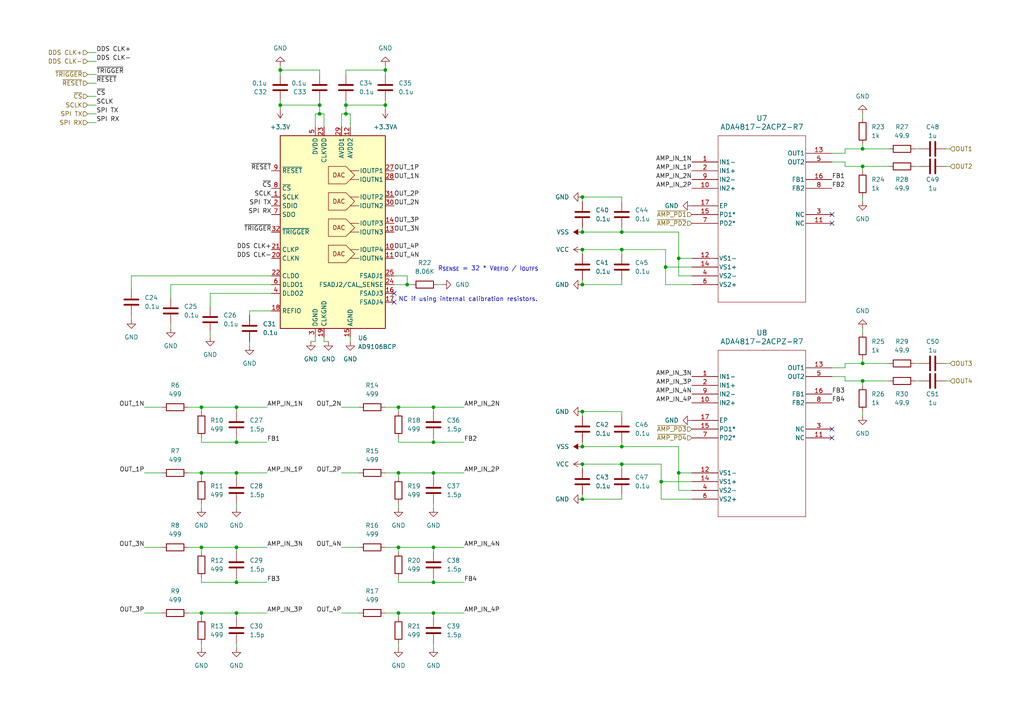
<source format=kicad_sch>
(kicad_sch (version 20230121) (generator eeschema)
  (paper "A4")
  (junction (at 191.77 139.7))
  (junction (at 68.58 168.91))
  (junction (at 115.57 118.11))
  (junction (at 58.42 137.16))
  (junction (at 68.58 128.27))
  (junction (at 125.73 128.27))
  (junction (at 58.42 118.11))
  (junction (at 125.73 118.11))
  (junction (at 180.34 134.62))
  (junction (at 180.34 72.39))
  (junction (at 100.33 33.02))
  (junction (at 81.28 30.48))
  (junction (at 168.91 67.31))
  (junction (at 125.73 177.8))
  (junction (at 111.76 20.32))
  (junction (at 196.85 137.16))
  (junction (at 58.42 158.75))
  (junction (at 196.85 74.93))
  (junction (at 115.57 137.16))
  (junction (at 68.58 158.75))
  (junction (at 250.19 110.49))
  (junction (at 68.58 118.11))
  (junction (at 115.57 158.75))
  (junction (at 68.58 177.8))
  (junction (at 168.91 57.15))
  (junction (at 180.34 129.54))
  (junction (at 92.71 33.02))
  (junction (at 250.19 48.26))
  (junction (at 68.58 137.16))
  (junction (at 118.11 82.55))
  (junction (at 92.71 30.48))
  (junction (at 168.91 144.78))
  (junction (at 193.04 77.47))
  (junction (at 111.76 30.48))
  (junction (at 168.91 119.38))
  (junction (at 180.34 67.31))
  (junction (at 100.33 30.48))
  (junction (at 250.19 43.18))
  (junction (at 125.73 137.16))
  (junction (at 168.91 72.39))
  (junction (at 115.57 177.8))
  (junction (at 168.91 134.62))
  (junction (at 168.91 82.55))
  (junction (at 58.42 177.8))
  (junction (at 168.91 129.54))
  (junction (at 81.28 20.32))
  (junction (at 125.73 158.75))
  (junction (at 125.73 168.91))
  (junction (at 250.19 105.41))
  (no_connect (at 241.3 62.23))
  (no_connect (at 241.3 127))
  (no_connect (at 241.3 124.46))
  (no_connect (at 241.3 64.77))
  (no_connect (at 114.3 85.09))
  (no_connect (at 114.3 87.63))
  (wire (pts (xy 54.61 177.8) (xy 58.42 177.8)))
  (wire (pts (xy 196.85 129.54) (xy 196.85 137.16)))
  (wire (pts (xy 68.58 167.64) (xy 68.58 168.91)))
  (wire (pts (xy 245.11 110.49) (xy 245.11 109.22)))
  (wire (pts (xy 68.58 179.07) (xy 68.58 177.8)))
  (wire (pts (xy 180.34 119.38) (xy 180.34 120.65)))
  (wire (pts (xy 38.1 91.44) (xy 38.1 92.71)))
  (wire (pts (xy 68.58 137.16) (xy 77.47 137.16)))
  (wire (pts (xy 168.91 144.78) (xy 168.91 143.51)))
  (wire (pts (xy 92.71 29.21) (xy 92.71 30.48)))
  (wire (pts (xy 250.19 110.49) (xy 257.81 110.49)))
  (wire (pts (xy 250.19 95.25) (xy 250.19 96.52)))
  (wire (pts (xy 58.42 146.05) (xy 58.42 147.32)))
  (wire (pts (xy 68.58 119.38) (xy 68.58 118.11)))
  (wire (pts (xy 168.91 128.27) (xy 168.91 129.54)))
  (wire (pts (xy 111.76 158.75) (xy 115.57 158.75)))
  (wire (pts (xy 196.85 74.93) (xy 196.85 80.01)))
  (wire (pts (xy 125.73 158.75) (xy 134.62 158.75)))
  (wire (pts (xy 25.4 15.24) (xy 27.94 15.24)))
  (wire (pts (xy 25.4 24.13) (xy 27.94 24.13)))
  (wire (pts (xy 180.34 129.54) (xy 196.85 129.54)))
  (wire (pts (xy 168.91 82.55) (xy 168.91 81.28)))
  (wire (pts (xy 168.91 134.62) (xy 180.34 134.62)))
  (wire (pts (xy 191.77 139.7) (xy 200.66 139.7)))
  (wire (pts (xy 180.34 72.39) (xy 193.04 72.39)))
  (wire (pts (xy 250.19 104.14) (xy 250.19 105.41)))
  (wire (pts (xy 111.76 29.21) (xy 111.76 30.48)))
  (wire (pts (xy 196.85 74.93) (xy 200.66 74.93)))
  (wire (pts (xy 265.43 48.26) (xy 266.7 48.26)))
  (wire (pts (xy 180.34 57.15) (xy 180.34 58.42)))
  (wire (pts (xy 196.85 80.01) (xy 200.66 80.01)))
  (wire (pts (xy 81.28 30.48) (xy 81.28 31.75)))
  (wire (pts (xy 168.91 82.55) (xy 180.34 82.55)))
  (wire (pts (xy 99.06 177.8) (xy 104.14 177.8)))
  (wire (pts (xy 95.25 99.06) (xy 93.98 99.06)))
  (wire (pts (xy 92.71 33.02) (xy 91.44 33.02)))
  (wire (pts (xy 241.3 106.68) (xy 245.11 106.68)))
  (wire (pts (xy 250.19 41.91) (xy 250.19 43.18)))
  (wire (pts (xy 54.61 118.11) (xy 58.42 118.11)))
  (wire (pts (xy 115.57 137.16) (xy 125.73 137.16)))
  (wire (pts (xy 125.73 138.43) (xy 125.73 137.16)))
  (wire (pts (xy 27.94 30.48) (xy 25.4 30.48)))
  (wire (pts (xy 180.34 72.39) (xy 180.34 73.66)))
  (wire (pts (xy 100.33 33.02) (xy 99.06 33.02)))
  (wire (pts (xy 274.32 48.26) (xy 275.59 48.26)))
  (wire (pts (xy 99.06 118.11) (xy 104.14 118.11)))
  (wire (pts (xy 115.57 168.91) (xy 125.73 168.91)))
  (wire (pts (xy 99.06 158.75) (xy 104.14 158.75)))
  (wire (pts (xy 90.17 99.06) (xy 91.44 99.06)))
  (wire (pts (xy 125.73 119.38) (xy 125.73 118.11)))
  (wire (pts (xy 68.58 160.02) (xy 68.58 158.75)))
  (wire (pts (xy 81.28 30.48) (xy 81.28 29.21)))
  (wire (pts (xy 245.11 43.18) (xy 245.11 44.45)))
  (wire (pts (xy 196.85 137.16) (xy 196.85 142.24)))
  (wire (pts (xy 168.91 119.38) (xy 168.91 120.65)))
  (wire (pts (xy 100.33 29.21) (xy 100.33 30.48)))
  (wire (pts (xy 118.11 82.55) (xy 114.3 82.55)))
  (wire (pts (xy 250.19 110.49) (xy 250.19 111.76)))
  (wire (pts (xy 115.57 146.05) (xy 115.57 147.32)))
  (wire (pts (xy 101.6 33.02) (xy 101.6 36.83)))
  (wire (pts (xy 68.58 186.69) (xy 68.58 187.96)))
  (wire (pts (xy 27.94 27.94) (xy 25.4 27.94)))
  (wire (pts (xy 58.42 160.02) (xy 58.42 158.75)))
  (wire (pts (xy 180.34 67.31) (xy 196.85 67.31)))
  (wire (pts (xy 93.98 33.02) (xy 93.98 36.83)))
  (wire (pts (xy 265.43 110.49) (xy 266.7 110.49)))
  (wire (pts (xy 250.19 48.26) (xy 250.19 49.53)))
  (wire (pts (xy 274.32 105.41) (xy 275.59 105.41)))
  (wire (pts (xy 41.91 177.8) (xy 46.99 177.8)))
  (wire (pts (xy 274.32 43.18) (xy 275.59 43.18)))
  (wire (pts (xy 81.28 30.48) (xy 92.71 30.48)))
  (wire (pts (xy 58.42 138.43) (xy 58.42 137.16)))
  (wire (pts (xy 115.57 119.38) (xy 115.57 118.11)))
  (wire (pts (xy 115.57 177.8) (xy 125.73 177.8)))
  (wire (pts (xy 168.91 134.62) (xy 168.91 135.89)))
  (wire (pts (xy 180.34 66.04) (xy 180.34 67.31)))
  (wire (pts (xy 58.42 127) (xy 58.42 128.27)))
  (wire (pts (xy 265.43 43.18) (xy 266.7 43.18)))
  (wire (pts (xy 115.57 127) (xy 115.57 128.27)))
  (wire (pts (xy 27.94 35.56) (xy 25.4 35.56)))
  (wire (pts (xy 54.61 137.16) (xy 58.42 137.16)))
  (wire (pts (xy 250.19 105.41) (xy 257.81 105.41)))
  (wire (pts (xy 68.58 158.75) (xy 77.47 158.75)))
  (wire (pts (xy 68.58 127) (xy 68.58 128.27)))
  (wire (pts (xy 193.04 77.47) (xy 193.04 82.55)))
  (wire (pts (xy 68.58 138.43) (xy 68.58 137.16)))
  (wire (pts (xy 180.34 144.78) (xy 180.34 143.51)))
  (wire (pts (xy 168.91 67.31) (xy 180.34 67.31)))
  (wire (pts (xy 191.77 139.7) (xy 191.77 144.78)))
  (wire (pts (xy 114.3 80.01) (xy 118.11 80.01)))
  (wire (pts (xy 49.53 82.55) (xy 78.74 82.55)))
  (wire (pts (xy 250.19 48.26) (xy 257.81 48.26)))
  (wire (pts (xy 27.94 21.59) (xy 25.4 21.59)))
  (wire (pts (xy 125.73 137.16) (xy 134.62 137.16)))
  (wire (pts (xy 180.34 82.55) (xy 180.34 81.28)))
  (wire (pts (xy 125.73 177.8) (xy 134.62 177.8)))
  (wire (pts (xy 100.33 30.48) (xy 111.76 30.48)))
  (wire (pts (xy 72.39 90.17) (xy 78.74 90.17)))
  (wire (pts (xy 58.42 186.69) (xy 58.42 187.96)))
  (wire (pts (xy 168.91 119.38) (xy 180.34 119.38)))
  (wire (pts (xy 100.33 33.02) (xy 101.6 33.02)))
  (wire (pts (xy 92.71 30.48) (xy 92.71 33.02)))
  (wire (pts (xy 180.34 134.62) (xy 191.77 134.62)))
  (wire (pts (xy 168.91 129.54) (xy 180.34 129.54)))
  (wire (pts (xy 245.11 48.26) (xy 245.11 46.99)))
  (wire (pts (xy 250.19 119.38) (xy 250.19 120.65)))
  (wire (pts (xy 49.53 93.98) (xy 49.53 95.25)))
  (wire (pts (xy 111.76 177.8) (xy 115.57 177.8)))
  (wire (pts (xy 27.94 33.02) (xy 25.4 33.02)))
  (wire (pts (xy 168.91 66.04) (xy 168.91 67.31)))
  (wire (pts (xy 245.11 46.99) (xy 241.3 46.99)))
  (wire (pts (xy 245.11 43.18) (xy 250.19 43.18)))
  (wire (pts (xy 58.42 167.64) (xy 58.42 168.91)))
  (wire (pts (xy 100.33 20.32) (xy 111.76 20.32)))
  (wire (pts (xy 58.42 137.16) (xy 68.58 137.16)))
  (wire (pts (xy 115.57 186.69) (xy 115.57 187.96)))
  (wire (pts (xy 60.96 85.09) (xy 78.74 85.09)))
  (wire (pts (xy 99.06 137.16) (xy 104.14 137.16)))
  (wire (pts (xy 125.73 179.07) (xy 125.73 177.8)))
  (wire (pts (xy 60.96 85.09) (xy 60.96 88.9)))
  (wire (pts (xy 111.76 118.11) (xy 115.57 118.11)))
  (wire (pts (xy 58.42 158.75) (xy 68.58 158.75)))
  (wire (pts (xy 245.11 105.41) (xy 250.19 105.41)))
  (wire (pts (xy 111.76 21.59) (xy 111.76 20.32)))
  (wire (pts (xy 125.73 186.69) (xy 125.73 187.96)))
  (wire (pts (xy 115.57 128.27) (xy 125.73 128.27)))
  (wire (pts (xy 125.73 128.27) (xy 134.62 128.27)))
  (wire (pts (xy 250.19 33.02) (xy 250.19 34.29)))
  (wire (pts (xy 115.57 167.64) (xy 115.57 168.91)))
  (wire (pts (xy 68.58 146.05) (xy 68.58 147.32)))
  (wire (pts (xy 111.76 30.48) (xy 111.76 31.75)))
  (wire (pts (xy 38.1 83.82) (xy 38.1 80.01)))
  (wire (pts (xy 100.33 21.59) (xy 100.33 20.32)))
  (wire (pts (xy 193.04 72.39) (xy 193.04 77.47)))
  (wire (pts (xy 245.11 105.41) (xy 245.11 106.68)))
  (wire (pts (xy 81.28 20.32) (xy 81.28 21.59)))
  (wire (pts (xy 118.11 80.01) (xy 118.11 82.55)))
  (wire (pts (xy 91.44 33.02) (xy 91.44 36.83)))
  (wire (pts (xy 101.6 99.06) (xy 101.6 97.79)))
  (wire (pts (xy 115.57 160.02) (xy 115.57 158.75)))
  (wire (pts (xy 58.42 179.07) (xy 58.42 177.8)))
  (wire (pts (xy 168.91 144.78) (xy 180.34 144.78)))
  (wire (pts (xy 125.73 118.11) (xy 134.62 118.11)))
  (wire (pts (xy 92.71 20.32) (xy 81.28 20.32)))
  (wire (pts (xy 196.85 137.16) (xy 200.66 137.16)))
  (wire (pts (xy 100.33 30.48) (xy 100.33 33.02)))
  (wire (pts (xy 250.19 57.15) (xy 250.19 58.42)))
  (wire (pts (xy 68.58 168.91) (xy 77.47 168.91)))
  (wire (pts (xy 180.34 128.27) (xy 180.34 129.54)))
  (wire (pts (xy 125.73 168.91) (xy 134.62 168.91)))
  (wire (pts (xy 168.91 57.15) (xy 180.34 57.15)))
  (wire (pts (xy 58.42 118.11) (xy 68.58 118.11)))
  (wire (pts (xy 196.85 67.31) (xy 196.85 74.93)))
  (wire (pts (xy 68.58 177.8) (xy 77.47 177.8)))
  (wire (pts (xy 196.85 142.24) (xy 200.66 142.24)))
  (wire (pts (xy 115.57 158.75) (xy 125.73 158.75)))
  (wire (pts (xy 115.57 118.11) (xy 125.73 118.11)))
  (wire (pts (xy 115.57 138.43) (xy 115.57 137.16)))
  (wire (pts (xy 41.91 158.75) (xy 46.99 158.75)))
  (wire (pts (xy 93.98 99.06) (xy 93.98 97.79)))
  (wire (pts (xy 127 82.55) (xy 128.27 82.55)))
  (wire (pts (xy 125.73 146.05) (xy 125.73 147.32)))
  (wire (pts (xy 168.91 57.15) (xy 168.91 58.42)))
  (wire (pts (xy 54.61 158.75) (xy 58.42 158.75)))
  (wire (pts (xy 274.32 110.49) (xy 275.59 110.49)))
  (wire (pts (xy 241.3 44.45) (xy 245.11 44.45)))
  (wire (pts (xy 250.19 43.18) (xy 257.81 43.18)))
  (wire (pts (xy 245.11 110.49) (xy 250.19 110.49)))
  (wire (pts (xy 168.91 72.39) (xy 168.91 73.66)))
  (wire (pts (xy 41.91 137.16) (xy 46.99 137.16)))
  (wire (pts (xy 115.57 179.07) (xy 115.57 177.8)))
  (wire (pts (xy 58.42 177.8) (xy 68.58 177.8)))
  (wire (pts (xy 68.58 118.11) (xy 77.47 118.11)))
  (wire (pts (xy 68.58 128.27) (xy 77.47 128.27)))
  (wire (pts (xy 125.73 160.02) (xy 125.73 158.75)))
  (wire (pts (xy 72.39 91.44) (xy 72.39 90.17)))
  (wire (pts (xy 58.42 119.38) (xy 58.42 118.11)))
  (wire (pts (xy 193.04 82.55) (xy 200.66 82.55)))
  (wire (pts (xy 125.73 167.64) (xy 125.73 168.91)))
  (wire (pts (xy 111.76 19.05) (xy 111.76 20.32)))
  (wire (pts (xy 168.91 72.39) (xy 180.34 72.39)))
  (wire (pts (xy 58.42 128.27) (xy 68.58 128.27)))
  (wire (pts (xy 265.43 105.41) (xy 266.7 105.41)))
  (wire (pts (xy 72.39 99.06) (xy 72.39 100.33)))
  (wire (pts (xy 25.4 17.78) (xy 27.94 17.78)))
  (wire (pts (xy 91.44 99.06) (xy 91.44 97.79)))
  (wire (pts (xy 92.71 33.02) (xy 93.98 33.02)))
  (wire (pts (xy 245.11 109.22) (xy 241.3 109.22)))
  (wire (pts (xy 92.71 21.59) (xy 92.71 20.32)))
  (wire (pts (xy 191.77 144.78) (xy 200.66 144.78)))
  (wire (pts (xy 99.06 33.02) (xy 99.06 36.83)))
  (wire (pts (xy 180.34 134.62) (xy 180.34 135.89)))
  (wire (pts (xy 41.91 118.11) (xy 46.99 118.11)))
  (wire (pts (xy 125.73 127) (xy 125.73 128.27)))
  (wire (pts (xy 81.28 19.05) (xy 81.28 20.32)))
  (wire (pts (xy 38.1 80.01) (xy 78.74 80.01)))
  (wire (pts (xy 119.38 82.55) (xy 118.11 82.55)))
  (wire (pts (xy 60.96 96.52) (xy 60.96 97.79)))
  (wire (pts (xy 111.76 137.16) (xy 115.57 137.16)))
  (wire (pts (xy 193.04 77.47) (xy 200.66 77.47)))
  (wire (pts (xy 245.11 48.26) (xy 250.19 48.26)))
  (wire (pts (xy 49.53 86.36) (xy 49.53 82.55)))
  (wire (pts (xy 191.77 134.62) (xy 191.77 139.7)))
  (wire (pts (xy 58.42 168.91) (xy 68.58 168.91)))
  (text "R_{SENSE} = 32 * V_{REFIO} / I_{OUTFS}" (at 127 78.74 0) (effects (font (size 1.27 1.27)) (justify left bottom)))
  (text "NC if using internal calibration resistors." (at 115.57 87.63 0) (effects (font (size 1.27 1.27)) (justify left bottom)))
  (label "AMP_IN_2N" (at 200.66 52.07 180))
  (label "OUT_1N" (at 41.91 118.11 180))
  (label "~{TRIGGER}" (at 27.94 21.59 0))
  (label "FB4" (at 241.3 116.84 0))
  (label "AMP_IN_2P" (at 200.66 54.61 180))
  (label "FB2" (at 241.3 54.61 0))
  (label "~{CS}" (at 78.74 54.61 180))
  (label "AMP_IN_3P" (at 77.47 177.8 0))
  (label "AMP_IN_1N" (at 200.66 46.99 180))
  (label "FB1" (at 241.3 52.07 0))
  (label "AMP_IN_4P" (at 134.62 177.8 0))
  (label "AMP_IN_3N" (at 200.66 109.22 180))
  (label "OUT_2P" (at 99.06 137.16 180))
  (label "FB1" (at 77.47 128.27 0))
  (label "OUT_2N" (at 114.3 59.69 0))
  (label "DDS CLK-" (at 78.74 74.93 180))
  (label "OUT_4N" (at 114.3 74.93 0))
  (label "OUT_3P" (at 41.91 177.8 180))
  (label "AMP_IN_3N" (at 77.47 158.75 0))
  (label "OUT_3P" (at 114.3 64.77 0))
  (label "OUT_2N" (at 99.06 118.11 180))
  (label "SCLK" (at 78.74 57.15 180))
  (label "FB2" (at 134.62 128.27 0))
  (label "FB3" (at 77.47 168.91 0))
  (label "AMP_IN_4N" (at 134.62 158.75 0))
  (label "FB4" (at 134.62 168.91 0))
  (label "DDS CLK-" (at 27.94 17.78 0))
  (label "AMP_IN_1P" (at 200.66 49.53 180))
  (label "AMP_IN_3P" (at 200.66 111.76 180))
  (label "SPI TX" (at 78.74 59.69 180))
  (label "DDS CLK+" (at 78.74 72.39 180))
  (label "AMP_IN_1N" (at 77.47 118.11 0))
  (label "AMP_IN_1P" (at 77.47 137.16 0))
  (label "OUT_1N" (at 114.3 52.07 0))
  (label "AMP_IN_4N" (at 200.66 114.3 180))
  (label "OUT_1P" (at 41.91 137.16 180))
  (label "~{RESET}" (at 78.74 49.53 180))
  (label "DDS CLK+" (at 27.94 15.24 0))
  (label "SCLK" (at 27.94 30.48 0))
  (label "OUT_4P" (at 114.3 72.39 0))
  (label "SPI RX" (at 78.74 62.23 180))
  (label "OUT_2P" (at 114.3 57.15 0))
  (label "AMP_IN_2P" (at 134.62 137.16 0))
  (label "~{CS}" (at 27.94 27.94 0))
  (label "FB3" (at 241.3 114.3 0))
  (label "~{RESET}" (at 27.94 24.13 0))
  (label "OUT_3N" (at 114.3 67.31 0))
  (label "OUT_3N" (at 41.91 158.75 180))
  (label "OUT_1P" (at 114.3 49.53 0))
  (label "OUT_4P" (at 99.06 177.8 180))
  (label "OUT_4N" (at 99.06 158.75 180))
  (label "SPI RX" (at 27.94 35.56 0))
  (label "~{TRIGGER}" (at 78.74 67.31 180))
  (label "AMP_IN_2N" (at 134.62 118.11 0))
  (label "AMP_IN_4P" (at 200.66 116.84 180))
  (label "SPI TX" (at 27.94 33.02 0))
  (hierarchical_label "DDS CLK+" (shape input) (at 25.4 15.24 180))
  (hierarchical_label "SCLK" (shape input) (at 25.4 30.48 180))
  (hierarchical_label "OUT2" (shape input) (at 275.59 48.26 0))
  (hierarchical_label "~{AMP_PD3}" (shape input) (at 200.66 124.46 180))
  (hierarchical_label "~{RESET}" (shape input) (at 25.4 24.13 180))
  (hierarchical_label "~{AMP_PD2}" (shape input) (at 200.66 64.77 180))
  (hierarchical_label "OUT1" (shape input) (at 275.59 43.18 0))
  (hierarchical_label "OUT3" (shape input) (at 275.59 105.41 0))
  (hierarchical_label "~{TRIGGER}" (shape input) (at 25.4 21.59 180))
  (hierarchical_label "~{CS}" (shape input) (at 25.4 27.94 180))
  (hierarchical_label "OUT4" (shape input) (at 275.59 110.49 0))
  (hierarchical_label "~{AMP_PD4}" (shape input) (at 200.66 127 180))
  (hierarchical_label "SPI RX" (shape input) (at 25.4 35.56 180))
  (hierarchical_label "DDS CLK-" (shape input) (at 25.4 17.78 180))
  (hierarchical_label "~{AMP_PD1}" (shape input) (at 200.66 62.23 180))
  (hierarchical_label "SPI TX" (shape input) (at 25.4 33.02 180))
  (symbol (lib_id "Device:C") (at 68.58 163.83 0) (unit 1)
    (property "Reference" "C29" (at 72.39 162.56 0) (effects (justify left)))
    (property "Value" "1.5p" (at 72.39 165.1 0) (effects (justify left)))
    (property "Footprint" "Capacitor_SMD:C_0603_1608Metric" (effects hide))
    (instances (project "picoAWG" (path "" (reference "C29") (unit 1)) (path "" (reference "C57") (unit 1)) (path "" (reference "C85") (unit 1)) (path "" (reference "C113") (unit 1))))
  )
  (symbol (lib_id "Device:R") (at 115.57 182.88 0) (unit 1)
    (property "Reference" "R21" (at 118.11 181.61 0) (effects (justify left)))
    (property "Value" "499" (at 118.11 184.15 0) (effects (justify left)))
    (property "Footprint" "Resistor_SMD:R_0603_1608Metric" (effects hide))
    (instances (project "picoAWG" (path "" (reference "R21") (unit 1)) (path "" (reference "R46") (unit 1)) (path "" (reference "R71") (unit 1)) (path "" (reference "R96") (unit 1))))
  )
  (symbol (lib_id "Device:R") (at 250.19 53.34 0) (unit 1)
    (property "Reference" "R24" (at 252.73 52.07 0) (effects (justify left)))
    (property "Value" "1k" (at 252.73 54.61 0) (effects (justify left)))
    (property "Footprint" "Resistor_SMD:R_0603_1608Metric" (effects hide))
    (instances (project "picoAWG" (path "" (reference "R24") (unit 1)) (path "" (reference "R49") (unit 1)) (path "" (reference "R74") (unit 1)) (path "" (reference "R99") (unit 1))))
  )
  (symbol (lib_id "power:GND") (at 168.91 82.55 270) (unit 1)
    (property "Reference" "#PWR061" (effects hide))
    (property "Value" "GND" (at 165.1 82.55 90) (effects (justify right)))
    (instances (project "picoAWG" (path "" (reference "#PWR061") (unit 1)) (path "" (reference "#PWR095") (unit 1)) (path "" (reference "#PWR0129") (unit 1)) (path "" (reference "#PWR0163") (unit 1))))
  )
  (symbol (lib_id "power:GND") (at 72.39 100.33 0) (unit 1)
    (property "Reference" "#PWR045" (effects hide))
    (property "Value" "GND" (at 72.39 105.41 0))
    (instances (project "picoAWG" (path "" (reference "#PWR045") (unit 1)) (path "" (reference "#PWR079") (unit 1)) (path "" (reference "#PWR0113") (unit 1)) (path "" (reference "#PWR0147") (unit 1))))
  )
  (symbol (lib_id "Device:R") (at 58.42 142.24 0) (unit 1)
    (property "Reference" "R11" (at 60.96 140.97 0) (effects (justify left)))
    (property "Value" "499" (at 60.96 143.51 0) (effects (justify left)))
    (property "Footprint" "Resistor_SMD:R_0603_1608Metric" (effects hide))
    (instances (project "picoAWG" (path "" (reference "R11") (unit 1)) (path "" (reference "R36") (unit 1)) (path "" (reference "R61") (unit 1)) (path "" (reference "R86") (unit 1))))
  )
  (symbol (lib_id "Device:C") (at 49.53 90.17 180) (unit 1)
    (property "Reference" "C25" (at 53.34 88.9 0) (effects (justify right)))
    (property "Value" "0.1u" (at 53.34 91.44 0) (effects (justify right)))
    (property "Footprint" "Capacitor_SMD:C_0603_1608Metric" (effects hide))
    (instances (project "picoAWG" (path "" (reference "C25") (unit 1)) (path "" (reference "C53") (unit 1)) (path "" (reference "C81") (unit 1)) (path "" (reference "C109") (unit 1))))
  )
  (symbol (lib_id "power:GND") (at 168.91 144.78 270) (unit 1)
    (property "Reference" "#PWR065" (effects hide))
    (property "Value" "GND" (at 165.1 144.78 90) (effects (justify right)))
    (instances (project "picoAWG" (path "" (reference "#PWR065") (unit 1)) (path "" (reference "#PWR099") (unit 1)) (path "" (reference "#PWR0133") (unit 1)) (path "" (reference "#PWR0167") (unit 1))))
  )
  (symbol (lib_id "power:GND") (at 101.6 99.06 0) (unit 1)
    (property "Reference" "#PWR050" (effects hide))
    (property "Value" "GND" (at 101.6 104.14 0))
    (instances (project "picoAWG" (path "" (reference "#PWR050") (unit 1)) (path "" (reference "#PWR084") (unit 1)) (path "" (reference "#PWR0118") (unit 1)) (path "" (reference "#PWR0152") (unit 1))))
  )
  (symbol (lib_id "Device:C") (at 180.34 124.46 0) (unit 1)
    (property "Reference" "C46" (at 184.15 123.19 0) (effects (justify left)))
    (property "Value" "0.1u" (at 184.15 125.73 0) (effects (justify left)))
    (property "Footprint" "Capacitor_SMD:C_0603_1608Metric" (effects hide))
    (instances (project "picoAWG" (path "" (reference "C46") (unit 1)) (path "" (reference "C74") (unit 1)) (path "" (reference "C102") (unit 1)) (path "" (reference "C130") (unit 1))))
  )
  (symbol (lib_id "Device:C") (at 270.51 110.49 90) (unit 1)
    (property "Reference" "C51" (at 270.51 114.3 90))
    (property "Value" "1u" (at 270.51 116.84 90))
    (property "Footprint" "Capacitor_SMD:C_0603_1608Metric" (effects hide))
    (instances (project "picoAWG" (path "" (reference "C51") (unit 1)) (path "" (reference "C79") (unit 1)) (path "" (reference "C107") (unit 1)) (path "" (reference "C135") (unit 1))))
  )
  (symbol (lib_id "power:VSS") (at 168.91 129.54 90) (unit 1)
    (property "Reference" "#PWR063" (effects hide))
    (property "Value" "VSS" (at 165.1 129.54 90) (effects (justify left)))
    (instances (project "picoAWG" (path "" (reference "#PWR063") (unit 1)) (path "" (reference "#PWR097") (unit 1)) (path "" (reference "#PWR0131") (unit 1)) (path "" (reference "#PWR0165") (unit 1))))
  )
  (symbol (lib_id "power:GND") (at 125.73 187.96 0) (unit 1)
    (property "Reference" "#PWR056" (effects hide))
    (property "Value" "GND" (at 125.73 193.04 0))
    (instances (project "picoAWG" (path "" (reference "#PWR056") (unit 1)) (path "" (reference "#PWR090") (unit 1)) (path "" (reference "#PWR0124") (unit 1)) (path "" (reference "#PWR0158") (unit 1))))
  )
  (symbol (lib_id "Device:R") (at 261.62 43.18 270) (unit 1)
    (property "Reference" "R27" (at 261.62 36.83 90))
    (property "Value" "49.9" (at 261.62 39.37 90))
    (property "Footprint" "Resistor_SMD:R_0603_1608Metric" (effects hide))
    (instances (project "picoAWG" (path "" (reference "R27") (unit 1)) (path "" (reference "R52") (unit 1)) (path "" (reference "R77") (unit 1)) (path "" (reference "R102") (unit 1))))
  )
  (symbol (lib_id "power:GND") (at 115.57 187.96 0) (unit 1)
    (property "Reference" "#PWR054" (effects hide))
    (property "Value" "GND" (at 115.57 193.04 0))
    (instances (project "picoAWG" (path "" (reference "#PWR054") (unit 1)) (path "" (reference "#PWR088") (unit 1)) (path "" (reference "#PWR0122") (unit 1)) (path "" (reference "#PWR0156") (unit 1))))
  )
  (symbol (lib_id "Device:C") (at 180.34 62.23 0) (unit 1)
    (property "Reference" "C44" (at 184.15 60.96 0) (effects (justify left)))
    (property "Value" "0.1u" (at 184.15 63.5 0) (effects (justify left)))
    (property "Footprint" "Capacitor_SMD:C_0603_1608Metric" (effects hide))
    (instances (project "picoAWG" (path "" (reference "C44") (unit 1)) (path "" (reference "C72") (unit 1)) (path "" (reference "C100") (unit 1)) (path "" (reference "C128") (unit 1))))
  )
  (symbol (lib_id "power:GND") (at 200.66 121.92 270) (unit 1)
    (property "Reference" "#PWR067" (effects hide))
    (property "Value" "GND" (at 196.85 121.92 90) (effects (justify right)))
    (instances (project "picoAWG" (path "" (reference "#PWR067") (unit 1)) (path "" (reference "#PWR0101") (unit 1)) (path "" (reference "#PWR0135") (unit 1)) (path "" (reference "#PWR0169") (unit 1))))
  )
  (symbol (lib_id "Device:R") (at 107.95 118.11 270) (unit 1)
    (property "Reference" "R14" (at 107.95 111.76 90))
    (property "Value" "499" (at 107.95 114.3 90))
    (property "Footprint" "Resistor_SMD:R_0603_1608Metric" (effects hide))
    (instances (project "picoAWG" (path "" (reference "R14") (unit 1)) (path "" (reference "R39") (unit 1)) (path "" (reference "R64") (unit 1)) (path "" (reference "R89") (unit 1))))
  )
  (symbol (lib_id "Device:R") (at 107.95 158.75 270) (unit 1)
    (property "Reference" "R16" (at 107.95 152.4 90))
    (property "Value" "499" (at 107.95 154.94 90))
    (property "Footprint" "Resistor_SMD:R_0603_1608Metric" (effects hide))
    (instances (project "picoAWG" (path "" (reference "R16") (unit 1)) (path "" (reference "R41") (unit 1)) (path "" (reference "R66") (unit 1)) (path "" (reference "R91") (unit 1))))
  )
  (symbol (lib_id "Device:R") (at 107.95 137.16 270) (unit 1)
    (property "Reference" "R15" (at 107.95 130.81 90))
    (property "Value" "499" (at 107.95 133.35 90))
    (property "Footprint" "Resistor_SMD:R_0603_1608Metric" (effects hide))
    (instances (project "picoAWG" (path "" (reference "R15") (unit 1)) (path "" (reference "R40") (unit 1)) (path "" (reference "R65") (unit 1)) (path "" (reference "R90") (unit 1))))
  )
  (symbol (lib_id "ADA4817-2ACPZ-R7:ADA4817-2ACPZ-R7") (at 200.66 109.22 0) (unit 1)
    (property "Reference" "U8" (at 220.98 96.52 0) (effects (font (size 1.524 1.524))))
    (property "Value" "ADA4817-2ACPZ-R7" (at 220.98 99.06 0) (effects (font (size 1.524 1.524))))
    (property "Footprint" "ADA4817-2ACPZ-R7:CP_16_4_ADI" (effects hide))
    (property "Datasheet" "ADA4817-2ACPZ-R7" (effects hide))
    (instances (project "picoAWG" (path "" (reference "U8") (unit 1)) (path "" (reference "U11") (unit 1)) (path "" (reference "U14") (unit 1)) (path "" (reference "U17") (unit 1))))
  )
  (symbol (lib_id "Device:R") (at 107.95 177.8 270) (unit 1)
    (property "Reference" "R17" (at 107.95 171.45 90))
    (property "Value" "499" (at 107.95 173.99 90))
    (property "Footprint" "Resistor_SMD:R_0603_1608Metric" (effects hide))
    (instances (project "picoAWG" (path "" (reference "R17") (unit 1)) (path "" (reference "R42") (unit 1)) (path "" (reference "R67") (unit 1)) (path "" (reference "R92") (unit 1))))
  )
  (symbol (lib_id "Device:C") (at 38.1 87.63 180) (unit 1)
    (property "Reference" "C24" (at 41.91 86.36 0) (effects (justify right)))
    (property "Value" "0.1u" (at 41.91 88.9 0) (effects (justify right)))
    (property "Footprint" "Capacitor_SMD:C_0603_1608Metric" (effects hide))
    (instances (project "picoAWG" (path "" (reference "C24") (unit 1)) (path "" (reference "C52") (unit 1)) (path "" (reference "C80") (unit 1)) (path "" (reference "C108") (unit 1))))
  )
  (symbol (lib_id "power:GND") (at 49.53 95.25 0) (unit 1)
    (property "Reference" "#PWR039" (effects hide))
    (property "Value" "GND" (at 49.53 100.33 0))
    (instances (project "picoAWG" (path "" (reference "#PWR039") (unit 1)) (path "" (reference "#PWR073") (unit 1)) (path "" (reference "#PWR0107") (unit 1)) (path "" (reference "#PWR0141") (unit 1))))
  )
  (symbol (lib_id "Device:R") (at 58.42 123.19 0) (unit 1)
    (property "Reference" "R10" (at 60.96 121.92 0) (effects (justify left)))
    (property "Value" "499" (at 60.96 124.46 0) (effects (justify left)))
    (property "Footprint" "Resistor_SMD:R_0603_1608Metric" (effects hide))
    (instances (project "picoAWG" (path "" (reference "R10") (unit 1)) (path "" (reference "R35") (unit 1)) (path "" (reference "R60") (unit 1)) (path "" (reference "R85") (unit 1))))
  )
  (symbol (lib_id "Device:R") (at 115.57 163.83 0) (unit 1)
    (property "Reference" "R20" (at 118.11 162.56 0) (effects (justify left)))
    (property "Value" "499" (at 118.11 165.1 0) (effects (justify left)))
    (property "Footprint" "Resistor_SMD:R_0603_1608Metric" (effects hide))
    (instances (project "picoAWG" (path "" (reference "R20") (unit 1)) (path "" (reference "R45") (unit 1)) (path "" (reference "R70") (unit 1)) (path "" (reference "R95") (unit 1))))
  )
  (symbol (lib_id "power:GND") (at 200.66 59.69 270) (unit 1)
    (property "Reference" "#PWR066" (effects hide))
    (property "Value" "GND" (at 196.85 59.69 90) (effects (justify right)))
    (instances (project "picoAWG" (path "" (reference "#PWR066") (unit 1)) (path "" (reference "#PWR0100") (unit 1)) (path "" (reference "#PWR0134") (unit 1)) (path "" (reference "#PWR0168") (unit 1))))
  )
  (symbol (lib_id "power:+3.3V") (at 81.28 31.75 0) (mirror x) (unit 1)
    (property "Reference" "#PWR047" (effects hide))
    (property "Value" "+3.3V" (at 81.28 36.83 0))
    (instances (project "picoAWG" (path "" (reference "#PWR047") (unit 1)) (path "" (reference "#PWR081") (unit 1)) (path "" (reference "#PWR0115") (unit 1)) (path "" (reference "#PWR0149") (unit 1))))
  )
  (symbol (lib_id "power:+3.3VA") (at 111.76 31.75 180) (unit 1)
    (property "Reference" "#PWR052" (effects hide))
    (property "Value" "+3.3VA" (at 111.76 36.83 0))
    (instances (project "picoAWG" (path "" (reference "#PWR052") (unit 1)) (path "" (reference "#PWR086") (unit 1)) (path "" (reference "#PWR0120") (unit 1)) (path "" (reference "#PWR0154") (unit 1))))
  )
  (symbol (lib_id "power:GND") (at 250.19 95.25 180) (unit 1)
    (property "Reference" "#PWR070" (effects hide))
    (property "Value" "GND" (at 250.19 90.17 0))
    (instances (project "picoAWG" (path "" (reference "#PWR070") (unit 1)) (path "" (reference "#PWR0104") (unit 1)) (path "" (reference "#PWR0138") (unit 1)) (path "" (reference "#PWR0172") (unit 1))))
  )
  (symbol (lib_id "Device:C") (at 125.73 163.83 0) (unit 1)
    (property "Reference" "C38" (at 129.54 162.56 0) (effects (justify left)))
    (property "Value" "1.5p" (at 129.54 165.1 0) (effects (justify left)))
    (property "Footprint" "Capacitor_SMD:C_0603_1608Metric" (effects hide))
    (instances (project "picoAWG" (path "" (reference "C38") (unit 1)) (path "" (reference "C66") (unit 1)) (path "" (reference "C94") (unit 1)) (path "" (reference "C122") (unit 1))))
  )
  (symbol (lib_id "power:GND") (at 95.25 99.06 0) (unit 1)
    (property "Reference" "#PWR049" (effects hide))
    (property "Value" "GND" (at 95.25 104.14 0))
    (instances (project "picoAWG" (path "" (reference "#PWR049") (unit 1)) (path "" (reference "#PWR083") (unit 1)) (path "" (reference "#PWR0117") (unit 1)) (path "" (reference "#PWR0151") (unit 1))))
  )
  (symbol (lib_id "Device:C") (at 270.51 48.26 90) (unit 1)
    (property "Reference" "C49" (at 270.51 52.07 90))
    (property "Value" "1u" (at 270.51 54.61 90))
    (property "Footprint" "Capacitor_SMD:C_0603_1608Metric" (effects hide))
    (instances (project "picoAWG" (path "" (reference "C49") (unit 1)) (path "" (reference "C77") (unit 1)) (path "" (reference "C105") (unit 1)) (path "" (reference "C133") (unit 1))))
  )
  (symbol (lib_id "Device:R") (at 123.19 82.55 270) (unit 1)
    (property "Reference" "R22" (at 123.19 76.2 90))
    (property "Value" "8.06K" (at 123.19 78.74 90))
    (property "Footprint" "Resistor_SMD:R_0603_1608Metric" (effects hide))
    (instances (project "picoAWG" (path "" (reference "R22") (unit 1)) (path "" (reference "R47") (unit 1)) (path "" (reference "R72") (unit 1)) (path "" (reference "R97") (unit 1))))
  )
  (symbol (lib_id "Device:R") (at 115.57 142.24 0) (unit 1)
    (property "Reference" "R19" (at 118.11 140.97 0) (effects (justify left)))
    (property "Value" "499" (at 118.11 143.51 0) (effects (justify left)))
    (property "Footprint" "Resistor_SMD:R_0603_1608Metric" (effects hide))
    (instances (project "picoAWG" (path "" (reference "R19") (unit 1)) (path "" (reference "R44") (unit 1)) (path "" (reference "R69") (unit 1)) (path "" (reference "R94") (unit 1))))
  )
  (symbol (lib_id "power:GND") (at 115.57 147.32 0) (unit 1)
    (property "Reference" "#PWR053" (effects hide))
    (property "Value" "GND" (at 115.57 152.4 0))
    (instances (project "picoAWG" (path "" (reference "#PWR053") (unit 1)) (path "" (reference "#PWR087") (unit 1)) (path "" (reference "#PWR0121") (unit 1)) (path "" (reference "#PWR0155") (unit 1))))
  )
  (symbol (lib_id "Device:R") (at 50.8 118.11 270) (unit 1)
    (property "Reference" "R6" (at 50.8 111.76 90))
    (property "Value" "499" (at 50.8 114.3 90))
    (property "Footprint" "Resistor_SMD:R_0603_1608Metric" (effects hide))
    (instances (project "picoAWG" (path "" (reference "R6") (unit 1)) (path "" (reference "R31") (unit 1)) (path "" (reference "R56") (unit 1)) (path "" (reference "R81") (unit 1))))
  )
  (symbol (lib_id "power:GND") (at 58.42 187.96 0) (unit 1)
    (property "Reference" "#PWR041" (effects hide))
    (property "Value" "GND" (at 58.42 193.04 0))
    (instances (project "picoAWG" (path "" (reference "#PWR041") (unit 1)) (path "" (reference "#PWR075") (unit 1)) (path "" (reference "#PWR0109") (unit 1)) (path "" (reference "#PWR0143") (unit 1))))
  )
  (symbol (lib_id "Device:C") (at 72.39 95.25 180) (unit 1)
    (property "Reference" "C31" (at 76.2 93.98 0) (effects (justify right)))
    (property "Value" "0.1u" (at 76.2 96.52 0) (effects (justify right)))
    (property "Footprint" "Capacitor_SMD:C_0603_1608Metric" (effects hide))
    (instances (project "picoAWG" (path "" (reference "C31") (unit 1)) (path "" (reference "C59") (unit 1)) (path "" (reference "C87") (unit 1)) (path "" (reference "C115") (unit 1))))
  )
  (symbol (lib_id "Device:C") (at 68.58 142.24 0) (unit 1)
    (property "Reference" "C28" (at 72.39 140.97 0) (effects (justify left)))
    (property "Value" "1.5p" (at 72.39 143.51 0) (effects (justify left)))
    (property "Footprint" "Capacitor_SMD:C_0603_1608Metric" (effects hide))
    (instances (project "picoAWG" (path "" (reference "C28") (unit 1)) (path "" (reference "C56") (unit 1)) (path "" (reference "C84") (unit 1)) (path "" (reference "C112") (unit 1))))
  )
  (symbol (lib_id "Device:R") (at 58.42 182.88 0) (unit 1)
    (property "Reference" "R13" (at 60.96 181.61 0) (effects (justify left)))
    (property "Value" "499" (at 60.96 184.15 0) (effects (justify left)))
    (property "Footprint" "Resistor_SMD:R_0603_1608Metric" (effects hide))
    (instances (project "picoAWG" (path "" (reference "R13") (unit 1)) (path "" (reference "R38") (unit 1)) (path "" (reference "R63") (unit 1)) (path "" (reference "R88") (unit 1))))
  )
  (symbol (lib_id "power:GND") (at 168.91 57.15 270) (unit 1)
    (property "Reference" "#PWR058" (effects hide))
    (property "Value" "GND" (at 165.1 57.15 90) (effects (justify right)))
    (instances (project "picoAWG" (path "" (reference "#PWR058") (unit 1)) (path "" (reference "#PWR092") (unit 1)) (path "" (reference "#PWR0126") (unit 1)) (path "" (reference "#PWR0160") (unit 1))))
  )
  (symbol (lib_id "Device:C") (at 168.91 139.7 0) (unit 1)
    (property "Reference" "C43" (at 172.72 138.43 0) (effects (justify left)))
    (property "Value" "0.1u" (at 172.72 140.97 0) (effects (justify left)))
    (property "Footprint" "Capacitor_SMD:C_0603_1608Metric" (effects hide))
    (instances (project "picoAWG" (path "" (reference "C43") (unit 1)) (path "" (reference "C71") (unit 1)) (path "" (reference "C99") (unit 1)) (path "" (reference "C127") (unit 1))))
  )
  (symbol (lib_id "Device:R") (at 250.19 38.1 0) (unit 1)
    (property "Reference" "R23" (at 252.73 36.83 0) (effects (justify left)))
    (property "Value" "1k" (at 252.73 39.37 0) (effects (justify left)))
    (property "Footprint" "Resistor_SMD:R_0603_1608Metric" (effects hide))
    (instances (project "picoAWG" (path "" (reference "R23") (unit 1)) (path "" (reference "R48") (unit 1)) (path "" (reference "R73") (unit 1)) (path "" (reference "R98") (unit 1))))
  )
  (symbol (lib_id "Analog_DAC:AD9106BCP") (at 96.52 67.31 0) (unit 1)
    (property "Reference" "U6" (at 103.7941 98.0256 0) (effects (justify left)))
    (property "Value" "AD9106BCP" (at 103.7941 100.5656 0) (effects (justify left)))
    (property "Footprint" "Package_CSP:LFCSP-32-1EP_5x5mm_P0.5mm_EP3.6x3.6mm" (effects hide))
    (property "Datasheet" "https://www.analog.com/media/en/technical-documentation/data-sheets/ad9106.pdf" (effects hide))
    (instances (project "picoAWG" (path "" (reference "U6") (unit 1)) (path "" (reference "U9") (unit 1)) (path "" (reference "U12") (unit 1)) (path "" (reference "U15") (unit 1))))
  )
  (symbol (lib_id "power:GND") (at 60.96 97.79 0) (unit 1)
    (property "Reference" "#PWR042" (effects hide))
    (property "Value" "GND" (at 60.96 102.87 0))
    (instances (project "picoAWG" (path "" (reference "#PWR042") (unit 1)) (path "" (reference "#PWR076") (unit 1)) (path "" (reference "#PWR0110") (unit 1)) (path "" (reference "#PWR0144") (unit 1))))
  )
  (symbol (lib_id "Device:C") (at 100.33 25.4 0) (unit 1)
    (property "Reference" "C34" (at 104.14 24.13 0) (effects (justify left)))
    (property "Value" "0.1u" (at 104.14 26.67 0) (effects (justify left)))
    (property "Footprint" "Capacitor_SMD:C_0603_1608Metric" (effects hide))
    (instances (project "picoAWG" (path "" (reference "C34") (unit 1)) (path "" (reference "C62") (unit 1)) (path "" (reference "C90") (unit 1)) (path "" (reference "C118") (unit 1))))
  )
  (symbol (lib_id "Device:C") (at 111.76 25.4 0) (unit 1)
    (property "Reference" "C35" (at 115.57 24.13 0) (effects (justify left)))
    (property "Value" "0.1u" (at 115.57 26.67 0) (effects (justify left)))
    (property "Footprint" "Capacitor_SMD:C_0603_1608Metric" (effects hide))
    (instances (project "picoAWG" (path "" (reference "C35") (unit 1)) (path "" (reference "C63") (unit 1)) (path "" (reference "C91") (unit 1)) (path "" (reference "C119") (unit 1))))
  )
  (symbol (lib_id "Device:C") (at 125.73 182.88 0) (unit 1)
    (property "Reference" "C39" (at 129.54 181.61 0) (effects (justify left)))
    (property "Value" "1.5p" (at 129.54 184.15 0) (effects (justify left)))
    (property "Footprint" "Capacitor_SMD:C_0603_1608Metric" (effects hide))
    (instances (project "picoAWG" (path "" (reference "C39") (unit 1)) (path "" (reference "C67") (unit 1)) (path "" (reference "C95") (unit 1)) (path "" (reference "C123") (unit 1))))
  )
  (symbol (lib_id "ADA4817-2ACPZ-R7:ADA4817-2ACPZ-R7") (at 200.66 46.99 0) (unit 1)
    (property "Reference" "U7" (at 220.98 34.29 0) (effects (font (size 1.524 1.524))))
    (property "Value" "ADA4817-2ACPZ-R7" (at 220.98 36.83 0) (effects (font (size 1.524 1.524))))
    (property "Footprint" "ADA4817-2ACPZ-R7:CP_16_4_ADI" (effects hide))
    (property "Datasheet" "ADA4817-2ACPZ-R7" (effects hide))
    (instances (project "picoAWG" (path "" (reference "U7") (unit 1)) (path "" (reference "U10") (unit 1)) (path "" (reference "U13") (unit 1)) (path "" (reference "U16") (unit 1))))
  )
  (symbol (lib_id "Device:R") (at 58.42 163.83 0) (unit 1)
    (property "Reference" "R12" (at 60.96 162.56 0) (effects (justify left)))
    (property "Value" "499" (at 60.96 165.1 0) (effects (justify left)))
    (property "Footprint" "Resistor_SMD:R_0603_1608Metric" (effects hide))
    (instances (project "picoAWG" (path "" (reference "R12") (unit 1)) (path "" (reference "R37") (unit 1)) (path "" (reference "R62") (unit 1)) (path "" (reference "R87") (unit 1))))
  )
  (symbol (lib_id "Device:R") (at 250.19 115.57 0) (unit 1)
    (property "Reference" "R26" (at 252.73 114.3 0) (effects (justify left)))
    (property "Value" "1k" (at 252.73 116.84 0) (effects (justify left)))
    (property "Footprint" "Resistor_SMD:R_0603_1608Metric" (effects hide))
    (instances (project "picoAWG" (path "" (reference "R26") (unit 1)) (path "" (reference "R51") (unit 1)) (path "" (reference "R76") (unit 1)) (path "" (reference "R101") (unit 1))))
  )
  (symbol (lib_id "power:GND") (at 68.58 147.32 0) (unit 1)
    (property "Reference" "#PWR043" (effects hide))
    (property "Value" "GND" (at 68.58 152.4 0))
    (instances (project "picoAWG" (path "" (reference "#PWR043") (unit 1)) (path "" (reference "#PWR077") (unit 1)) (path "" (reference "#PWR0111") (unit 1)) (path "" (reference "#PWR0145") (unit 1))))
  )
  (symbol (lib_id "Device:C") (at 168.91 124.46 0) (unit 1)
    (property "Reference" "C42" (at 172.72 123.19 0) (effects (justify left)))
    (property "Value" "0.1u" (at 172.72 125.73 0) (effects (justify left)))
    (property "Footprint" "Capacitor_SMD:C_0603_1608Metric" (effects hide))
    (instances (project "picoAWG" (path "" (reference "C42") (unit 1)) (path "" (reference "C70") (unit 1)) (path "" (reference "C98") (unit 1)) (path "" (reference "C126") (unit 1))))
  )
  (symbol (lib_id "power:VCC") (at 168.91 72.39 90) (unit 1)
    (property "Reference" "#PWR060" (effects hide))
    (property "Value" "VCC" (at 165.1 72.39 90) (effects (justify left)))
    (instances (project "picoAWG" (path "" (reference "#PWR060") (unit 1)) (path "" (reference "#PWR094") (unit 1)) (path "" (reference "#PWR0128") (unit 1)) (path "" (reference "#PWR0162") (unit 1))))
  )
  (symbol (lib_id "power:GND") (at 58.42 147.32 0) (unit 1)
    (property "Reference" "#PWR040" (effects hide))
    (property "Value" "GND" (at 58.42 152.4 0))
    (instances (project "picoAWG" (path "" (reference "#PWR040") (unit 1)) (path "" (reference "#PWR074") (unit 1)) (path "" (reference "#PWR0108") (unit 1)) (path "" (reference "#PWR0142") (unit 1))))
  )
  (symbol (lib_id "Device:C") (at 81.28 25.4 180) (unit 1)
    (property "Reference" "C32" (at 77.47 26.67 0) (effects (justify left)))
    (property "Value" "0.1u" (at 77.47 24.13 0) (effects (justify left)))
    (property "Footprint" "Capacitor_SMD:C_0603_1608Metric" (effects hide))
    (instances (project "picoAWG" (path "" (reference "C32") (unit 1)) (path "" (reference "C60") (unit 1)) (path "" (reference "C88") (unit 1)) (path "" (reference "C116") (unit 1))))
  )
  (symbol (lib_id "power:GND") (at 250.19 33.02 180) (unit 1)
    (property "Reference" "#PWR068" (effects hide))
    (property "Value" "GND" (at 250.19 27.94 0))
    (instances (project "picoAWG" (path "" (reference "#PWR068") (unit 1)) (path "" (reference "#PWR0102") (unit 1)) (path "" (reference "#PWR0136") (unit 1)) (path "" (reference "#PWR0170") (unit 1))))
  )
  (symbol (lib_id "power:GND") (at 111.76 19.05 180) (unit 1)
    (property "Reference" "#PWR051" (effects hide))
    (property "Value" "GND" (at 111.76 13.97 0))
    (instances (project "picoAWG" (path "" (reference "#PWR051") (unit 1)) (path "" (reference "#PWR085") (unit 1)) (path "" (reference "#PWR0119") (unit 1)) (path "" (reference "#PWR0153") (unit 1))))
  )
  (symbol (lib_id "power:GND") (at 81.28 19.05 180) (unit 1)
    (property "Reference" "#PWR046" (effects hide))
    (property "Value" "GND" (at 81.28 13.97 0))
    (instances (project "picoAWG" (path "" (reference "#PWR046") (unit 1)) (path "" (reference "#PWR080") (unit 1)) (path "" (reference "#PWR0114") (unit 1)) (path "" (reference "#PWR0148") (unit 1))))
  )
  (symbol (lib_id "power:GND") (at 90.17 99.06 0) (unit 1)
    (property "Reference" "#PWR048" (effects hide))
    (property "Value" "GND" (at 90.17 104.14 0))
    (instances (project "picoAWG" (path "" (reference "#PWR048") (unit 1)) (path "" (reference "#PWR082") (unit 1)) (path "" (reference "#PWR0116") (unit 1)) (path "" (reference "#PWR0150") (unit 1))))
  )
  (symbol (lib_id "Device:R") (at 50.8 177.8 270) (unit 1)
    (property "Reference" "R9" (at 50.8 171.45 90))
    (property "Value" "499" (at 50.8 173.99 90))
    (property "Footprint" "Resistor_SMD:R_0603_1608Metric" (effects hide))
    (instances (project "picoAWG" (path "" (reference "R9") (unit 1)) (path "" (reference "R34") (unit 1)) (path "" (reference "R59") (unit 1)) (path "" (reference "R84") (unit 1))))
  )
  (symbol (lib_id "Device:C") (at 168.91 77.47 0) (unit 1)
    (property "Reference" "C41" (at 172.72 76.2 0) (effects (justify left)))
    (property "Value" "0.1u" (at 172.72 78.74 0) (effects (justify left)))
    (property "Footprint" "Capacitor_SMD:C_0603_1608Metric" (effects hide))
    (instances (project "picoAWG" (path "" (reference "C41") (unit 1)) (path "" (reference "C69") (unit 1)) (path "" (reference "C97") (unit 1)) (path "" (reference "C125") (unit 1))))
  )
  (symbol (lib_id "Device:C") (at 60.96 92.71 180) (unit 1)
    (property "Reference" "C26" (at 64.77 91.44 0) (effects (justify right)))
    (property "Value" "0.1u" (at 64.77 93.98 0) (effects (justify right)))
    (property "Footprint" "Capacitor_SMD:C_0603_1608Metric" (effects hide))
    (instances (project "picoAWG" (path "" (reference "C26") (unit 1)) (path "" (reference "C54") (unit 1)) (path "" (reference "C82") (unit 1)) (path "" (reference "C110") (unit 1))))
  )
  (symbol (lib_id "power:GND") (at 250.19 120.65 0) (unit 1)
    (property "Reference" "#PWR071" (effects hide))
    (property "Value" "GND" (at 250.19 125.73 0))
    (instances (project "picoAWG" (path "" (reference "#PWR071") (unit 1)) (path "" (reference "#PWR0105") (unit 1)) (path "" (reference "#PWR0139") (unit 1)) (path "" (reference "#PWR0173") (unit 1))))
  )
  (symbol (lib_id "Device:C") (at 92.71 25.4 180) (unit 1)
    (property "Reference" "C33" (at 88.9 26.67 0) (effects (justify left)))
    (property "Value" "0.1u" (at 88.9 24.13 0) (effects (justify left)))
    (property "Footprint" "Capacitor_SMD:C_0603_1608Metric" (effects hide))
    (instances (project "picoAWG" (path "" (reference "C33") (unit 1)) (path "" (reference "C61") (unit 1)) (path "" (reference "C89") (unit 1)) (path "" (reference "C117") (unit 1))))
  )
  (symbol (lib_id "Device:C") (at 68.58 123.19 0) (unit 1)
    (property "Reference" "C27" (at 72.39 121.92 0) (effects (justify left)))
    (property "Value" "1.5p" (at 72.39 124.46 0) (effects (justify left)))
    (property "Footprint" "Capacitor_SMD:C_0603_1608Metric" (effects hide))
    (instances (project "picoAWG" (path "" (reference "C27") (unit 1)) (path "" (reference "C55") (unit 1)) (path "" (reference "C83") (unit 1)) (path "" (reference "C111") (unit 1))))
  )
  (symbol (lib_id "power:VSS") (at 168.91 67.31 90) (unit 1)
    (property "Reference" "#PWR059" (effects hide))
    (property "Value" "VSS" (at 165.1 67.31 90) (effects (justify left)))
    (instances (project "picoAWG" (path "" (reference "#PWR059") (unit 1)) (path "" (reference "#PWR093") (unit 1)) (path "" (reference "#PWR0127") (unit 1)) (path "" (reference "#PWR0161") (unit 1))))
  )
  (symbol (lib_id "Device:C") (at 125.73 142.24 0) (unit 1)
    (property "Reference" "C37" (at 129.54 140.97 0) (effects (justify left)))
    (property "Value" "1.5p" (at 129.54 143.51 0) (effects (justify left)))
    (property "Footprint" "Capacitor_SMD:C_0603_1608Metric" (effects hide))
    (instances (project "picoAWG" (path "" (reference "C37") (unit 1)) (path "" (reference "C65") (unit 1)) (path "" (reference "C93") (unit 1)) (path "" (reference "C121") (unit 1))))
  )
  (symbol (lib_id "power:GND") (at 128.27 82.55 90) (unit 1)
    (property "Reference" "#PWR057" (effects hide))
    (property "Value" "GND" (at 132.08 82.55 90) (effects (justify right)))
    (instances (project "picoAWG" (path "" (reference "#PWR057") (unit 1)) (path "" (reference "#PWR091") (unit 1)) (path "" (reference "#PWR0125") (unit 1)) (path "" (reference "#PWR0159") (unit 1))))
  )
  (symbol (lib_id "Device:R") (at 115.57 123.19 0) (unit 1)
    (property "Reference" "R18" (at 118.11 121.92 0) (effects (justify left)))
    (property "Value" "499" (at 118.11 124.46 0) (effects (justify left)))
    (property "Footprint" "Resistor_SMD:R_0603_1608Metric" (effects hide))
    (instances (project "picoAWG" (path "" (reference "R18") (unit 1)) (path "" (reference "R43") (unit 1)) (path "" (reference "R68") (unit 1)) (path "" (reference "R93") (unit 1))))
  )
  (symbol (lib_id "Device:R") (at 261.62 110.49 270) (unit 1)
    (property "Reference" "R30" (at 261.62 114.3 90))
    (property "Value" "49.9" (at 261.62 116.84 90))
    (property "Footprint" "Resistor_SMD:R_0603_1608Metric" (effects hide))
    (instances (project "picoAWG" (path "" (reference "R30") (unit 1)) (path "" (reference "R55") (unit 1)) (path "" (reference "R80") (unit 1)) (path "" (reference "R105") (unit 1))))
  )
  (symbol (lib_id "power:VCC") (at 168.91 134.62 90) (unit 1)
    (property "Reference" "#PWR064" (effects hide))
    (property "Value" "VCC" (at 165.1 134.62 90) (effects (justify left)))
    (instances (project "picoAWG" (path "" (reference "#PWR064") (unit 1)) (path "" (reference "#PWR098") (unit 1)) (path "" (reference "#PWR0132") (unit 1)) (path "" (reference "#PWR0166") (unit 1))))
  )
  (symbol (lib_id "Device:C") (at 180.34 77.47 0) (unit 1)
    (property "Reference" "C45" (at 184.15 76.2 0) (effects (justify left)))
    (property "Value" "0.1u" (at 184.15 78.74 0) (effects (justify left)))
    (property "Footprint" "Capacitor_SMD:C_0603_1608Metric" (effects hide))
    (instances (project "picoAWG" (path "" (reference "C45") (unit 1)) (path "" (reference "C73") (unit 1)) (path "" (reference "C101") (unit 1)) (path "" (reference "C129") (unit 1))))
  )
  (symbol (lib_id "power:GND") (at 38.1 92.71 0) (unit 1)
    (property "Reference" "#PWR038" (effects hide))
    (property "Value" "GND" (at 38.1 97.79 0))
    (instances (project "picoAWG" (path "" (reference "#PWR038") (unit 1)) (path "" (reference "#PWR072") (unit 1)) (path "" (reference "#PWR0106") (unit 1)) (path "" (reference "#PWR0140") (unit 1))))
  )
  (symbol (lib_id "power:GND") (at 68.58 187.96 0) (unit 1)
    (property "Reference" "#PWR044" (effects hide))
    (property "Value" "GND" (at 68.58 193.04 0))
    (instances (project "picoAWG" (path "" (reference "#PWR044") (unit 1)) (path "" (reference "#PWR078") (unit 1)) (path "" (reference "#PWR0112") (unit 1)) (path "" (reference "#PWR0146") (unit 1))))
  )
  (symbol (lib_id "Device:C") (at 168.91 62.23 0) (unit 1)
    (property "Reference" "C40" (at 172.72 60.96 0) (effects (justify left)))
    (property "Value" "0.1u" (at 172.72 63.5 0) (effects (justify left)))
    (property "Footprint" "Capacitor_SMD:C_0603_1608Metric" (effects hide))
    (instances (project "picoAWG" (path "" (reference "C40") (unit 1)) (path "" (reference "C68") (unit 1)) (path "" (reference "C96") (unit 1)) (path "" (reference "C124") (unit 1))))
  )
  (symbol (lib_id "Device:R") (at 50.8 158.75 270) (unit 1)
    (property "Reference" "R8" (at 50.8 152.4 90))
    (property "Value" "499" (at 50.8 154.94 90))
    (property "Footprint" "Resistor_SMD:R_0603_1608Metric" (effects hide))
    (instances (project "picoAWG" (path "" (reference "R8") (unit 1)) (path "" (reference "R33") (unit 1)) (path "" (reference "R58") (unit 1)) (path "" (reference "R83") (unit 1))))
  )
  (symbol (lib_id "Device:C") (at 270.51 105.41 90) (unit 1)
    (property "Reference" "C50" (at 270.51 99.06 90))
    (property "Value" "1u" (at 270.51 101.6 90))
    (property "Footprint" "Capacitor_SMD:C_0603_1608Metric" (effects hide))
    (instances (project "picoAWG" (path "" (reference "C50") (unit 1)) (path "" (reference "C78") (unit 1)) (path "" (reference "C106") (unit 1)) (path "" (reference "C134") (unit 1))))
  )
  (symbol (lib_id "Device:C") (at 68.58 182.88 0) (unit 1)
    (property "Reference" "C30" (at 72.39 181.61 0) (effects (justify left)))
    (property "Value" "1.5p" (at 72.39 184.15 0) (effects (justify left)))
    (property "Footprint" "Capacitor_SMD:C_0603_1608Metric" (effects hide))
    (instances (project "picoAWG" (path "" (reference "C30") (unit 1)) (path "" (reference "C58") (unit 1)) (path "" (reference "C86") (unit 1)) (path "" (reference "C114") (unit 1))))
  )
  (symbol (lib_id "Device:R") (at 250.19 100.33 0) (unit 1)
    (property "Reference" "R25" (at 252.73 99.06 0) (effects (justify left)))
    (property "Value" "1k" (at 252.73 101.6 0) (effects (justify left)))
    (property "Footprint" "Resistor_SMD:R_0603_1608Metric" (effects hide))
    (instances (project "picoAWG" (path "" (reference "R25") (unit 1)) (path "" (reference "R50") (unit 1)) (path "" (reference "R75") (unit 1)) (path "" (reference "R100") (unit 1))))
  )
  (symbol (lib_id "power:GND") (at 250.19 58.42 0) (unit 1)
    (property "Reference" "#PWR069" (effects hide))
    (property "Value" "GND" (at 250.19 63.5 0))
    (instances (project "picoAWG" (path "" (reference "#PWR069") (unit 1)) (path "" (reference "#PWR0103") (unit 1)) (path "" (reference "#PWR0137") (unit 1)) (path "" (reference "#PWR0171") (unit 1))))
  )
  (symbol (lib_id "Device:R") (at 261.62 105.41 270) (unit 1)
    (property "Reference" "R29" (at 261.62 99.06 90))
    (property "Value" "49.9" (at 261.62 101.6 90))
    (property "Footprint" "Resistor_SMD:R_0603_1608Metric" (effects hide))
    (instances (project "picoAWG" (path "" (reference "R29") (unit 1)) (path "" (reference "R54") (unit 1)) (path "" (reference "R79") (unit 1)) (path "" (reference "R104") (unit 1))))
  )
  (symbol (lib_id "Device:R") (at 261.62 48.26 270) (unit 1)
    (property "Reference" "R28" (at 261.62 52.07 90))
    (property "Value" "49.9" (at 261.62 54.61 90))
    (property "Footprint" "Resistor_SMD:R_0603_1608Metric" (effects hide))
    (instances (project "picoAWG" (path "" (reference "R28") (unit 1)) (path "" (reference "R53") (unit 1)) (path "" (reference "R78") (unit 1)) (path "" (reference "R103") (unit 1))))
  )
  (symbol (lib_id "Device:C") (at 270.51 43.18 90) (unit 1)
    (property "Reference" "C48" (at 270.51 36.83 90))
    (property "Value" "1u" (at 270.51 39.37 90))
    (property "Footprint" "Capacitor_SMD:C_0603_1608Metric" (effects hide))
    (instances (project "picoAWG" (path "" (reference "C48") (unit 1)) (path "" (reference "C76") (unit 1)) (path "" (reference "C104") (unit 1)) (path "" (reference "C132") (unit 1))))
  )
  (symbol (lib_id "Device:C") (at 180.34 139.7 0) (unit 1)
    (property "Reference" "C47" (at 184.15 138.43 0) (effects (justify left)))
    (property "Value" "0.1u" (at 184.15 140.97 0) (effects (justify left)))
    (property "Footprint" "Capacitor_SMD:C_0603_1608Metric" (effects hide))
    (instances (project "picoAWG" (path "" (reference "C47") (unit 1)) (path "" (reference "C75") (unit 1)) (path "" (reference "C103") (unit 1)) (path "" (reference "C131") (unit 1))))
  )
  (symbol (lib_id "power:GND") (at 125.73 147.32 0) (unit 1)
    (property "Reference" "#PWR055" (effects hide))
    (property "Value" "GND" (at 125.73 152.4 0))
    (instances (project "picoAWG" (path "" (reference "#PWR055") (unit 1)) (path "" (reference "#PWR089") (unit 1)) (path "" (reference "#PWR0123") (unit 1)) (path "" (reference "#PWR0157") (unit 1))))
  )
  (symbol (lib_id "power:GND") (at 168.91 119.38 270) (unit 1)
    (property "Reference" "#PWR062" (effects hide))
    (property "Value" "GND" (at 165.1 119.38 90) (effects (justify right)))
    (instances (project "picoAWG" (path "" (reference "#PWR062") (unit 1)) (path "" (reference "#PWR096") (unit 1)) (path "" (reference "#PWR0130") (unit 1)) (path "" (reference "#PWR0164") (unit 1))))
  )
  (symbol (lib_id "Device:C") (at 125.73 123.19 0) (unit 1)
    (property "Reference" "C36" (at 129.54 121.92 0) (effects (justify left)))
    (property "Value" "1.5p" (at 129.54 124.46 0) (effects (justify left)))
    (property "Footprint" "Capacitor_SMD:C_0603_1608Metric" (effects hide))
    (instances (project "picoAWG" (path "" (reference "C36") (unit 1)) (path "" (reference "C64") (unit 1)) (path "" (reference "C92") (unit 1)) (path "" (reference "C120") (unit 1))))
  )
  (symbol (lib_id "Device:R") (at 50.8 137.16 270) (unit 1)
    (property "Reference" "R7" (at 50.8 130.81 90))
    (property "Value" "499" (at 50.8 133.35 90))
    (property "Footprint" "Resistor_SMD:R_0603_1608Metric" (effects hide))
    (instances (project "picoAWG" (path "" (reference "R7") (unit 1)) (path "" (reference "R32") (unit 1)) (path "" (reference "R57") (unit 1)) (path "" (reference "R82") (unit 1))))
  )
)
</source>
